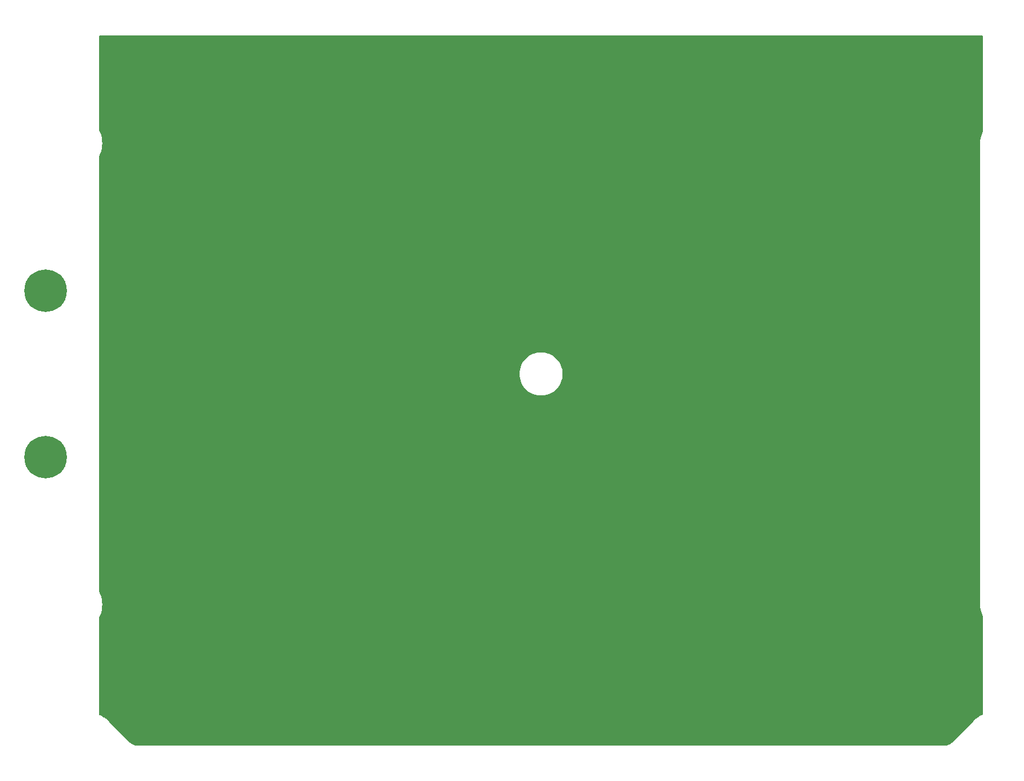
<source format=gbr>
G04 #@! TF.GenerationSoftware,KiCad,Pcbnew,8.0.8*
G04 #@! TF.CreationDate,2025-02-12T04:52:48-07:00*
G04 #@! TF.ProjectId,MK1 PCB BUILD PLATE,4d4b3120-5043-4422-9042-55494c442050,rev?*
G04 #@! TF.SameCoordinates,Original*
G04 #@! TF.FileFunction,Copper,L2,Bot*
G04 #@! TF.FilePolarity,Positive*
%FSLAX46Y46*%
G04 Gerber Fmt 4.6, Leading zero omitted, Abs format (unit mm)*
G04 Created by KiCad (PCBNEW 8.0.8) date 2025-02-12 04:52:48*
%MOMM*%
%LPD*%
G01*
G04 APERTURE LIST*
G04 #@! TA.AperFunction,ComponentPad*
%ADD10C,6.400000*%
G04 #@! TD*
G04 #@! TA.AperFunction,ComponentPad*
%ADD11C,5.000000*%
G04 #@! TD*
G04 APERTURE END LIST*
D10*
X76600001Y-99433975D03*
X76600001Y-74433975D03*
D11*
X121100001Y-86933975D03*
G04 #@! TA.AperFunction,Conductor*
G36*
X217454158Y-35954160D02*
G01*
X217496475Y-36000020D01*
X217518122Y-36040517D01*
X217518123Y-36040519D01*
X217527425Y-36062976D01*
X217577241Y-36227199D01*
X217581983Y-36251040D01*
X217599404Y-36427913D01*
X217600001Y-36440067D01*
X217600001Y-50335446D01*
X217588383Y-50387851D01*
X217438128Y-50710072D01*
X217303716Y-51079358D01*
X217303716Y-51079360D01*
X217202000Y-51458959D01*
X217201999Y-51458966D01*
X217133755Y-51845976D01*
X217099502Y-52237475D01*
X217099501Y-52237476D01*
X217099501Y-52433972D01*
X217099500Y-52509851D01*
X217099501Y-52509864D01*
X217099501Y-121507712D01*
X217099523Y-121508066D01*
X217099523Y-121630471D01*
X217133773Y-122021965D01*
X217133773Y-122021969D01*
X217202011Y-122408976D01*
X217202015Y-122408993D01*
X217303722Y-122788583D01*
X217438131Y-123157874D01*
X217460608Y-123206075D01*
X217588384Y-123480094D01*
X217600001Y-123532495D01*
X217600001Y-138161809D01*
X217580316Y-138228848D01*
X217528406Y-138274191D01*
X217176762Y-138438167D01*
X216836425Y-138634665D01*
X216514498Y-138860088D01*
X216213453Y-139112702D01*
X216097673Y-139228489D01*
X212878472Y-142447690D01*
X212834752Y-142491409D01*
X212828831Y-142496955D01*
X212690518Y-142618253D01*
X212677650Y-142628127D01*
X212528074Y-142728072D01*
X212514028Y-142736181D01*
X212352684Y-142815750D01*
X212337700Y-142821957D01*
X212167363Y-142879783D01*
X212151697Y-142883982D01*
X211975249Y-142919085D01*
X211959168Y-142921202D01*
X211776068Y-142933209D01*
X211767954Y-142933475D01*
X90501923Y-142933475D01*
X90501907Y-142933474D01*
X90432485Y-142933474D01*
X90424377Y-142933209D01*
X90240805Y-142921180D01*
X90224723Y-142919062D01*
X90048301Y-142883969D01*
X90032640Y-142879773D01*
X89862292Y-142821947D01*
X89847306Y-142815739D01*
X89685983Y-142736180D01*
X89671936Y-142728070D01*
X89522362Y-142628123D01*
X89509494Y-142618248D01*
X89370998Y-142496784D01*
X89365092Y-142491253D01*
X89321542Y-142447700D01*
X89321540Y-142447699D01*
X89316576Y-142442734D01*
X89316548Y-142442709D01*
X86179144Y-139305304D01*
X86179128Y-139305285D01*
X86161827Y-139287984D01*
X86161751Y-139287845D01*
X85986581Y-139112680D01*
X85986570Y-139112670D01*
X85986562Y-139112662D01*
X85685507Y-138860054D01*
X85363611Y-138634666D01*
X85363594Y-138634654D01*
X85363580Y-138634645D01*
X85350627Y-138627167D01*
X85023237Y-138438154D01*
X84713760Y-138293847D01*
X84671597Y-138274187D01*
X84619158Y-138228015D01*
X84600001Y-138161804D01*
X84600001Y-123723023D01*
X84616615Y-123661022D01*
X84632276Y-123633896D01*
X84632276Y-123633894D01*
X84632284Y-123633882D01*
X84800507Y-123265524D01*
X84932954Y-122882843D01*
X85028426Y-122489305D01*
X85086057Y-122088474D01*
X85105325Y-121683980D01*
X85086057Y-121279486D01*
X85028426Y-120878655D01*
X84932954Y-120485117D01*
X84931603Y-120481214D01*
X84800512Y-120102451D01*
X84800507Y-120102436D01*
X84632284Y-119734078D01*
X84616614Y-119706936D01*
X84600001Y-119644936D01*
X84600001Y-86933972D01*
X147850001Y-86933972D01*
X147850001Y-86933977D01*
X147869052Y-87285359D01*
X147925985Y-87632634D01*
X147925987Y-87632642D01*
X148020124Y-87971694D01*
X148020126Y-87971701D01*
X148150376Y-88298605D01*
X148150381Y-88298615D01*
X148315215Y-88609525D01*
X148512699Y-88900791D01*
X148740516Y-89168998D01*
X148995996Y-89411002D01*
X149276143Y-89623964D01*
X149276151Y-89623969D01*
X149276163Y-89623977D01*
X149577669Y-89805386D01*
X149577674Y-89805389D01*
X149577678Y-89805390D01*
X149577682Y-89805393D01*
X149897041Y-89953144D01*
X149897052Y-89953149D01*
X150230534Y-90065512D01*
X150574210Y-90141161D01*
X150924050Y-90179209D01*
X150924055Y-90179209D01*
X151275947Y-90179209D01*
X151275952Y-90179209D01*
X151625792Y-90141161D01*
X151969468Y-90065512D01*
X152302950Y-89953149D01*
X152622328Y-89805389D01*
X152809049Y-89693042D01*
X152923838Y-89623977D01*
X152923842Y-89623974D01*
X152923859Y-89623964D01*
X153204006Y-89411002D01*
X153459486Y-89168998D01*
X153687303Y-88900791D01*
X153884787Y-88609525D01*
X154049621Y-88298615D01*
X154179874Y-87971705D01*
X154274018Y-87632629D01*
X154330949Y-87285362D01*
X154350001Y-86933975D01*
X154330949Y-86582588D01*
X154274018Y-86235321D01*
X154179874Y-85896245D01*
X154049621Y-85569335D01*
X153884787Y-85258425D01*
X153687303Y-84967159D01*
X153459486Y-84698952D01*
X153204006Y-84456948D01*
X153203999Y-84456942D01*
X153203996Y-84456940D01*
X153110964Y-84386219D01*
X152923859Y-84243986D01*
X152923853Y-84243982D01*
X152923838Y-84243972D01*
X152622332Y-84062563D01*
X152622319Y-84062556D01*
X152302960Y-83914805D01*
X152302955Y-83914803D01*
X152302950Y-83914801D01*
X152140395Y-83860030D01*
X151969467Y-83802437D01*
X151625790Y-83726788D01*
X151275953Y-83688741D01*
X151275952Y-83688741D01*
X150924050Y-83688741D01*
X150924048Y-83688741D01*
X150574211Y-83726788D01*
X150230534Y-83802437D01*
X149972746Y-83889296D01*
X149897052Y-83914801D01*
X149897049Y-83914802D01*
X149897041Y-83914805D01*
X149577682Y-84062556D01*
X149577669Y-84062563D01*
X149276163Y-84243972D01*
X149276147Y-84243983D01*
X148996005Y-84456940D01*
X148995996Y-84456948D01*
X148740513Y-84698954D01*
X148740508Y-84698960D01*
X148512698Y-84967159D01*
X148315215Y-85258424D01*
X148150385Y-85569326D01*
X148150376Y-85569344D01*
X148020126Y-85896248D01*
X148020124Y-85896255D01*
X147925987Y-86235307D01*
X147925985Y-86235315D01*
X147869052Y-86582590D01*
X147850001Y-86933972D01*
X84600001Y-86933972D01*
X84600001Y-54223023D01*
X84616615Y-54161022D01*
X84632276Y-54133896D01*
X84632276Y-54133894D01*
X84632284Y-54133882D01*
X84800507Y-53765524D01*
X84932954Y-53382843D01*
X85028426Y-52989305D01*
X85086057Y-52588474D01*
X85105325Y-52183980D01*
X85086057Y-51779486D01*
X85028426Y-51378655D01*
X84932954Y-50985117D01*
X84931603Y-50981214D01*
X84800512Y-50602451D01*
X84800507Y-50602436D01*
X84632284Y-50234078D01*
X84616614Y-50206936D01*
X84600001Y-50144936D01*
X84600001Y-36440067D01*
X84600598Y-36427913D01*
X84618019Y-36251031D01*
X84622758Y-36227207D01*
X84672578Y-36062969D01*
X84681874Y-36040528D01*
X84703527Y-36000018D01*
X84752488Y-35950177D01*
X84812883Y-35934475D01*
X217387119Y-35934475D01*
X217454158Y-35954160D01*
G37*
G04 #@! TD.AperFunction*
M02*

</source>
